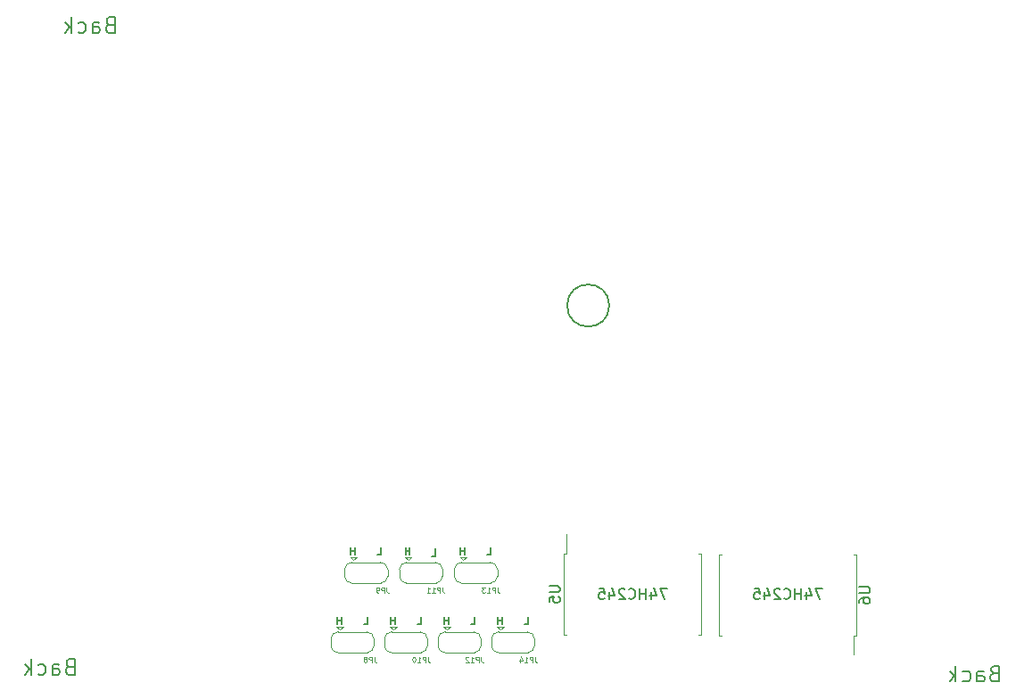
<source format=gbr>
G04 #@! TF.GenerationSoftware,KiCad,Pcbnew,(5.1.4)-1*
G04 #@! TF.CreationDate,2020-10-26T16:11:58-03:00*
G04 #@! TF.ProjectId,snes_feram,736e6573-5f66-4657-9261-6d2e6b696361,rev?*
G04 #@! TF.SameCoordinates,Original*
G04 #@! TF.FileFunction,Legend,Bot*
G04 #@! TF.FilePolarity,Positive*
%FSLAX46Y46*%
G04 Gerber Fmt 4.6, Leading zero omitted, Abs format (unit mm)*
G04 Created by KiCad (PCBNEW (5.1.4)-1) date 2020-10-26 16:11:58*
%MOMM*%
%LPD*%
G04 APERTURE LIST*
%ADD10C,0.150000*%
%ADD11C,0.190500*%
%ADD12C,0.120000*%
%ADD13C,0.125000*%
G04 APERTURE END LIST*
D10*
X167091904Y-84288380D02*
X166425238Y-84288380D01*
X166853809Y-85288380D01*
X165615714Y-84621714D02*
X165615714Y-85288380D01*
X165853809Y-84240761D02*
X166091904Y-84955047D01*
X165472857Y-84955047D01*
X165091904Y-85288380D02*
X165091904Y-84288380D01*
X165091904Y-84764571D02*
X164520476Y-84764571D01*
X164520476Y-85288380D02*
X164520476Y-84288380D01*
X163472857Y-85193142D02*
X163520476Y-85240761D01*
X163663333Y-85288380D01*
X163758571Y-85288380D01*
X163901428Y-85240761D01*
X163996666Y-85145523D01*
X164044285Y-85050285D01*
X164091904Y-84859809D01*
X164091904Y-84716952D01*
X164044285Y-84526476D01*
X163996666Y-84431238D01*
X163901428Y-84336000D01*
X163758571Y-84288380D01*
X163663333Y-84288380D01*
X163520476Y-84336000D01*
X163472857Y-84383619D01*
X163091904Y-84383619D02*
X163044285Y-84336000D01*
X162949047Y-84288380D01*
X162710952Y-84288380D01*
X162615714Y-84336000D01*
X162568095Y-84383619D01*
X162520476Y-84478857D01*
X162520476Y-84574095D01*
X162568095Y-84716952D01*
X163139523Y-85288380D01*
X162520476Y-85288380D01*
X161663333Y-84621714D02*
X161663333Y-85288380D01*
X161901428Y-84240761D02*
X162139523Y-84955047D01*
X161520476Y-84955047D01*
X160663333Y-84288380D02*
X161139523Y-84288380D01*
X161187142Y-84764571D01*
X161139523Y-84716952D01*
X161044285Y-84669333D01*
X160806190Y-84669333D01*
X160710952Y-84716952D01*
X160663333Y-84764571D01*
X160615714Y-84859809D01*
X160615714Y-85097904D01*
X160663333Y-85193142D01*
X160710952Y-85240761D01*
X160806190Y-85288380D01*
X161044285Y-85288380D01*
X161139523Y-85240761D01*
X161187142Y-85193142D01*
X152359904Y-84288380D02*
X151693238Y-84288380D01*
X152121809Y-85288380D01*
X150883714Y-84621714D02*
X150883714Y-85288380D01*
X151121809Y-84240761D02*
X151359904Y-84955047D01*
X150740857Y-84955047D01*
X150359904Y-85288380D02*
X150359904Y-84288380D01*
X150359904Y-84764571D02*
X149788476Y-84764571D01*
X149788476Y-85288380D02*
X149788476Y-84288380D01*
X148740857Y-85193142D02*
X148788476Y-85240761D01*
X148931333Y-85288380D01*
X149026571Y-85288380D01*
X149169428Y-85240761D01*
X149264666Y-85145523D01*
X149312285Y-85050285D01*
X149359904Y-84859809D01*
X149359904Y-84716952D01*
X149312285Y-84526476D01*
X149264666Y-84431238D01*
X149169428Y-84336000D01*
X149026571Y-84288380D01*
X148931333Y-84288380D01*
X148788476Y-84336000D01*
X148740857Y-84383619D01*
X148359904Y-84383619D02*
X148312285Y-84336000D01*
X148217047Y-84288380D01*
X147978952Y-84288380D01*
X147883714Y-84336000D01*
X147836095Y-84383619D01*
X147788476Y-84478857D01*
X147788476Y-84574095D01*
X147836095Y-84716952D01*
X148407523Y-85288380D01*
X147788476Y-85288380D01*
X146931333Y-84621714D02*
X146931333Y-85288380D01*
X147169428Y-84240761D02*
X147407523Y-84955047D01*
X146788476Y-84955047D01*
X145931333Y-84288380D02*
X146407523Y-84288380D01*
X146455142Y-84764571D01*
X146407523Y-84716952D01*
X146312285Y-84669333D01*
X146074190Y-84669333D01*
X145978952Y-84716952D01*
X145931333Y-84764571D01*
X145883714Y-84859809D01*
X145883714Y-85097904D01*
X145931333Y-85193142D01*
X145978952Y-85240761D01*
X146074190Y-85288380D01*
X146312285Y-85288380D01*
X146407523Y-85240761D01*
X146455142Y-85193142D01*
X183431428Y-92348857D02*
X183217142Y-92420285D01*
X183145714Y-92491714D01*
X183074285Y-92634571D01*
X183074285Y-92848857D01*
X183145714Y-92991714D01*
X183217142Y-93063142D01*
X183360000Y-93134571D01*
X183931428Y-93134571D01*
X183931428Y-91634571D01*
X183431428Y-91634571D01*
X183288571Y-91706000D01*
X183217142Y-91777428D01*
X183145714Y-91920285D01*
X183145714Y-92063142D01*
X183217142Y-92206000D01*
X183288571Y-92277428D01*
X183431428Y-92348857D01*
X183931428Y-92348857D01*
X181788571Y-93134571D02*
X181788571Y-92348857D01*
X181860000Y-92206000D01*
X182002857Y-92134571D01*
X182288571Y-92134571D01*
X182431428Y-92206000D01*
X181788571Y-93063142D02*
X181931428Y-93134571D01*
X182288571Y-93134571D01*
X182431428Y-93063142D01*
X182502857Y-92920285D01*
X182502857Y-92777428D01*
X182431428Y-92634571D01*
X182288571Y-92563142D01*
X181931428Y-92563142D01*
X181788571Y-92491714D01*
X180431428Y-93063142D02*
X180574285Y-93134571D01*
X180860000Y-93134571D01*
X181002857Y-93063142D01*
X181074285Y-92991714D01*
X181145714Y-92848857D01*
X181145714Y-92420285D01*
X181074285Y-92277428D01*
X181002857Y-92206000D01*
X180860000Y-92134571D01*
X180574285Y-92134571D01*
X180431428Y-92206000D01*
X179788571Y-93134571D02*
X179788571Y-91634571D01*
X179645714Y-92563142D02*
X179217142Y-93134571D01*
X179217142Y-92134571D02*
X179788571Y-92706000D01*
X95674428Y-91713857D02*
X95460142Y-91785285D01*
X95388714Y-91856714D01*
X95317285Y-91999571D01*
X95317285Y-92213857D01*
X95388714Y-92356714D01*
X95460142Y-92428142D01*
X95603000Y-92499571D01*
X96174428Y-92499571D01*
X96174428Y-90999571D01*
X95674428Y-90999571D01*
X95531571Y-91071000D01*
X95460142Y-91142428D01*
X95388714Y-91285285D01*
X95388714Y-91428142D01*
X95460142Y-91571000D01*
X95531571Y-91642428D01*
X95674428Y-91713857D01*
X96174428Y-91713857D01*
X94031571Y-92499571D02*
X94031571Y-91713857D01*
X94103000Y-91571000D01*
X94245857Y-91499571D01*
X94531571Y-91499571D01*
X94674428Y-91571000D01*
X94031571Y-92428142D02*
X94174428Y-92499571D01*
X94531571Y-92499571D01*
X94674428Y-92428142D01*
X94745857Y-92285285D01*
X94745857Y-92142428D01*
X94674428Y-91999571D01*
X94531571Y-91928142D01*
X94174428Y-91928142D01*
X94031571Y-91856714D01*
X92674428Y-92428142D02*
X92817285Y-92499571D01*
X93103000Y-92499571D01*
X93245857Y-92428142D01*
X93317285Y-92356714D01*
X93388714Y-92213857D01*
X93388714Y-91785285D01*
X93317285Y-91642428D01*
X93245857Y-91571000D01*
X93103000Y-91499571D01*
X92817285Y-91499571D01*
X92674428Y-91571000D01*
X92031571Y-92499571D02*
X92031571Y-90999571D01*
X91888714Y-91928142D02*
X91460142Y-92499571D01*
X91460142Y-91499571D02*
X92031571Y-92071000D01*
X99484428Y-30753857D02*
X99270142Y-30825285D01*
X99198714Y-30896714D01*
X99127285Y-31039571D01*
X99127285Y-31253857D01*
X99198714Y-31396714D01*
X99270142Y-31468142D01*
X99413000Y-31539571D01*
X99984428Y-31539571D01*
X99984428Y-30039571D01*
X99484428Y-30039571D01*
X99341571Y-30111000D01*
X99270142Y-30182428D01*
X99198714Y-30325285D01*
X99198714Y-30468142D01*
X99270142Y-30611000D01*
X99341571Y-30682428D01*
X99484428Y-30753857D01*
X99984428Y-30753857D01*
X97841571Y-31539571D02*
X97841571Y-30753857D01*
X97913000Y-30611000D01*
X98055857Y-30539571D01*
X98341571Y-30539571D01*
X98484428Y-30611000D01*
X97841571Y-31468142D02*
X97984428Y-31539571D01*
X98341571Y-31539571D01*
X98484428Y-31468142D01*
X98555857Y-31325285D01*
X98555857Y-31182428D01*
X98484428Y-31039571D01*
X98341571Y-30968142D01*
X97984428Y-30968142D01*
X97841571Y-30896714D01*
X96484428Y-31468142D02*
X96627285Y-31539571D01*
X96913000Y-31539571D01*
X97055857Y-31468142D01*
X97127285Y-31396714D01*
X97198714Y-31253857D01*
X97198714Y-30825285D01*
X97127285Y-30682428D01*
X97055857Y-30611000D01*
X96913000Y-30539571D01*
X96627285Y-30539571D01*
X96484428Y-30611000D01*
X95841571Y-31539571D02*
X95841571Y-30039571D01*
X95698714Y-30968142D02*
X95270142Y-31539571D01*
X95270142Y-30539571D02*
X95841571Y-31111000D01*
X133169000Y-81088666D02*
X133169000Y-80388666D01*
X133169000Y-80722000D02*
X132769000Y-80722000D01*
X132769000Y-81088666D02*
X132769000Y-80388666D01*
X127962000Y-81088666D02*
X127962000Y-80388666D01*
X127962000Y-80722000D02*
X127562000Y-80722000D01*
X127562000Y-81088666D02*
X127562000Y-80388666D01*
X122755000Y-81088666D02*
X122755000Y-80388666D01*
X122755000Y-80722000D02*
X122355000Y-80722000D01*
X122355000Y-81088666D02*
X122355000Y-80388666D01*
X135292333Y-81088666D02*
X135625666Y-81088666D01*
X135625666Y-80388666D01*
X130085333Y-81215666D02*
X130418666Y-81215666D01*
X130418666Y-80515666D01*
X124878333Y-81088666D02*
X125211666Y-81088666D01*
X125211666Y-80388666D01*
X123608333Y-87692666D02*
X123941666Y-87692666D01*
X123941666Y-86992666D01*
X128688333Y-87692666D02*
X129021666Y-87692666D01*
X129021666Y-86992666D01*
X133768333Y-87692666D02*
X134101666Y-87692666D01*
X134101666Y-86992666D01*
X121485000Y-87692666D02*
X121485000Y-86992666D01*
X121485000Y-87326000D02*
X121085000Y-87326000D01*
X121085000Y-87692666D02*
X121085000Y-86992666D01*
X126565000Y-87692666D02*
X126565000Y-86992666D01*
X126565000Y-87326000D02*
X126165000Y-87326000D01*
X126165000Y-87692666D02*
X126165000Y-86992666D01*
X131645000Y-87692666D02*
X131645000Y-86992666D01*
X131645000Y-87326000D02*
X131245000Y-87326000D01*
X131245000Y-87692666D02*
X131245000Y-86992666D01*
X138848333Y-87692666D02*
X139181666Y-87692666D01*
X139181666Y-86992666D01*
X136725000Y-87692666D02*
X136725000Y-86992666D01*
X136725000Y-87326000D02*
X136325000Y-87326000D01*
X136325000Y-87692666D02*
X136325000Y-86992666D01*
D11*
X146895820Y-57426860D02*
G75*
G03X146895820Y-57426860I-1998980J0D01*
G01*
D12*
X142823000Y-80976000D02*
X142823000Y-79161000D01*
X142588000Y-80976000D02*
X142823000Y-80976000D01*
X142588000Y-84836000D02*
X142588000Y-80976000D01*
X142588000Y-88696000D02*
X142823000Y-88696000D01*
X142588000Y-84836000D02*
X142588000Y-88696000D01*
X155608000Y-80976000D02*
X155373000Y-80976000D01*
X155608000Y-84836000D02*
X155608000Y-80976000D01*
X155608000Y-88696000D02*
X155373000Y-88696000D01*
X155608000Y-84836000D02*
X155608000Y-88696000D01*
X170105000Y-88774000D02*
X170105000Y-90589000D01*
X170340000Y-88774000D02*
X170105000Y-88774000D01*
X170340000Y-84914000D02*
X170340000Y-88774000D01*
X170340000Y-81054000D02*
X170105000Y-81054000D01*
X170340000Y-84914000D02*
X170340000Y-81054000D01*
X157320000Y-88774000D02*
X157555000Y-88774000D01*
X157320000Y-84914000D02*
X157320000Y-88774000D01*
X157320000Y-81054000D02*
X157555000Y-81054000D01*
X157320000Y-84914000D02*
X157320000Y-81054000D01*
X135715000Y-89708000D02*
G75*
G03X136415000Y-90408000I700000J0D01*
G01*
X136415000Y-88408000D02*
G75*
G03X135715000Y-89108000I0J-700000D01*
G01*
X139815000Y-89108000D02*
G75*
G03X139115000Y-88408000I-700000J0D01*
G01*
X139115000Y-90408000D02*
G75*
G03X139815000Y-89708000I0J700000D01*
G01*
X136365000Y-90408000D02*
X139165000Y-90408000D01*
X139815000Y-89708000D02*
X139815000Y-89108000D01*
X139165000Y-88408000D02*
X136365000Y-88408000D01*
X135715000Y-89108000D02*
X135715000Y-89708000D01*
X136565000Y-88208000D02*
X136265000Y-87908000D01*
X136265000Y-87908000D02*
X136865000Y-87908000D01*
X136565000Y-88208000D02*
X136865000Y-87908000D01*
X132189000Y-83104000D02*
G75*
G03X132889000Y-83804000I700000J0D01*
G01*
X132889000Y-81804000D02*
G75*
G03X132189000Y-82504000I0J-700000D01*
G01*
X136289000Y-82504000D02*
G75*
G03X135589000Y-81804000I-700000J0D01*
G01*
X135589000Y-83804000D02*
G75*
G03X136289000Y-83104000I0J700000D01*
G01*
X132839000Y-83804000D02*
X135639000Y-83804000D01*
X136289000Y-83104000D02*
X136289000Y-82504000D01*
X135639000Y-81804000D02*
X132839000Y-81804000D01*
X132189000Y-82504000D02*
X132189000Y-83104000D01*
X133039000Y-81604000D02*
X132739000Y-81304000D01*
X132739000Y-81304000D02*
X133339000Y-81304000D01*
X133039000Y-81604000D02*
X133339000Y-81304000D01*
X130635000Y-89708000D02*
G75*
G03X131335000Y-90408000I700000J0D01*
G01*
X131335000Y-88408000D02*
G75*
G03X130635000Y-89108000I0J-700000D01*
G01*
X134735000Y-89108000D02*
G75*
G03X134035000Y-88408000I-700000J0D01*
G01*
X134035000Y-90408000D02*
G75*
G03X134735000Y-89708000I0J700000D01*
G01*
X131285000Y-90408000D02*
X134085000Y-90408000D01*
X134735000Y-89708000D02*
X134735000Y-89108000D01*
X134085000Y-88408000D02*
X131285000Y-88408000D01*
X130635000Y-89108000D02*
X130635000Y-89708000D01*
X131485000Y-88208000D02*
X131185000Y-87908000D01*
X131185000Y-87908000D02*
X131785000Y-87908000D01*
X131485000Y-88208000D02*
X131785000Y-87908000D01*
X126982000Y-83104000D02*
G75*
G03X127682000Y-83804000I700000J0D01*
G01*
X127682000Y-81804000D02*
G75*
G03X126982000Y-82504000I0J-700000D01*
G01*
X131082000Y-82504000D02*
G75*
G03X130382000Y-81804000I-700000J0D01*
G01*
X130382000Y-83804000D02*
G75*
G03X131082000Y-83104000I0J700000D01*
G01*
X127632000Y-83804000D02*
X130432000Y-83804000D01*
X131082000Y-83104000D02*
X131082000Y-82504000D01*
X130432000Y-81804000D02*
X127632000Y-81804000D01*
X126982000Y-82504000D02*
X126982000Y-83104000D01*
X127832000Y-81604000D02*
X127532000Y-81304000D01*
X127532000Y-81304000D02*
X128132000Y-81304000D01*
X127832000Y-81604000D02*
X128132000Y-81304000D01*
X125555000Y-89708000D02*
G75*
G03X126255000Y-90408000I700000J0D01*
G01*
X126255000Y-88408000D02*
G75*
G03X125555000Y-89108000I0J-700000D01*
G01*
X129655000Y-89108000D02*
G75*
G03X128955000Y-88408000I-700000J0D01*
G01*
X128955000Y-90408000D02*
G75*
G03X129655000Y-89708000I0J700000D01*
G01*
X126205000Y-90408000D02*
X129005000Y-90408000D01*
X129655000Y-89708000D02*
X129655000Y-89108000D01*
X129005000Y-88408000D02*
X126205000Y-88408000D01*
X125555000Y-89108000D02*
X125555000Y-89708000D01*
X126405000Y-88208000D02*
X126105000Y-87908000D01*
X126105000Y-87908000D02*
X126705000Y-87908000D01*
X126405000Y-88208000D02*
X126705000Y-87908000D01*
X121775000Y-83104000D02*
G75*
G03X122475000Y-83804000I700000J0D01*
G01*
X122475000Y-81804000D02*
G75*
G03X121775000Y-82504000I0J-700000D01*
G01*
X125875000Y-82504000D02*
G75*
G03X125175000Y-81804000I-700000J0D01*
G01*
X125175000Y-83804000D02*
G75*
G03X125875000Y-83104000I0J700000D01*
G01*
X122425000Y-83804000D02*
X125225000Y-83804000D01*
X125875000Y-83104000D02*
X125875000Y-82504000D01*
X125225000Y-81804000D02*
X122425000Y-81804000D01*
X121775000Y-82504000D02*
X121775000Y-83104000D01*
X122625000Y-81604000D02*
X122325000Y-81304000D01*
X122325000Y-81304000D02*
X122925000Y-81304000D01*
X122625000Y-81604000D02*
X122925000Y-81304000D01*
X120475000Y-89708000D02*
G75*
G03X121175000Y-90408000I700000J0D01*
G01*
X121175000Y-88408000D02*
G75*
G03X120475000Y-89108000I0J-700000D01*
G01*
X124575000Y-89108000D02*
G75*
G03X123875000Y-88408000I-700000J0D01*
G01*
X123875000Y-90408000D02*
G75*
G03X124575000Y-89708000I0J700000D01*
G01*
X121125000Y-90408000D02*
X123925000Y-90408000D01*
X124575000Y-89708000D02*
X124575000Y-89108000D01*
X123925000Y-88408000D02*
X121125000Y-88408000D01*
X120475000Y-89108000D02*
X120475000Y-89708000D01*
X121325000Y-88208000D02*
X121025000Y-87908000D01*
X121025000Y-87908000D02*
X121625000Y-87908000D01*
X121325000Y-88208000D02*
X121625000Y-87908000D01*
D10*
X141200380Y-84074095D02*
X142009904Y-84074095D01*
X142105142Y-84121714D01*
X142152761Y-84169333D01*
X142200380Y-84264571D01*
X142200380Y-84455047D01*
X142152761Y-84550285D01*
X142105142Y-84597904D01*
X142009904Y-84645523D01*
X141200380Y-84645523D01*
X141200380Y-85597904D02*
X141200380Y-85121714D01*
X141676571Y-85074095D01*
X141628952Y-85121714D01*
X141581333Y-85216952D01*
X141581333Y-85455047D01*
X141628952Y-85550285D01*
X141676571Y-85597904D01*
X141771809Y-85645523D01*
X142009904Y-85645523D01*
X142105142Y-85597904D01*
X142152761Y-85550285D01*
X142200380Y-85455047D01*
X142200380Y-85216952D01*
X142152761Y-85121714D01*
X142105142Y-85074095D01*
X170632380Y-84152095D02*
X171441904Y-84152095D01*
X171537142Y-84199714D01*
X171584761Y-84247333D01*
X171632380Y-84342571D01*
X171632380Y-84533047D01*
X171584761Y-84628285D01*
X171537142Y-84675904D01*
X171441904Y-84723523D01*
X170632380Y-84723523D01*
X170632380Y-85628285D02*
X170632380Y-85437809D01*
X170680000Y-85342571D01*
X170727619Y-85294952D01*
X170870476Y-85199714D01*
X171060952Y-85152095D01*
X171441904Y-85152095D01*
X171537142Y-85199714D01*
X171584761Y-85247333D01*
X171632380Y-85342571D01*
X171632380Y-85533047D01*
X171584761Y-85628285D01*
X171537142Y-85675904D01*
X171441904Y-85723523D01*
X171203809Y-85723523D01*
X171108571Y-85675904D01*
X171060952Y-85628285D01*
X171013333Y-85533047D01*
X171013333Y-85342571D01*
X171060952Y-85247333D01*
X171108571Y-85199714D01*
X171203809Y-85152095D01*
D13*
X139846761Y-90785190D02*
X139846761Y-91142333D01*
X139870571Y-91213761D01*
X139918190Y-91261380D01*
X139989619Y-91285190D01*
X140037238Y-91285190D01*
X139608666Y-91285190D02*
X139608666Y-90785190D01*
X139418190Y-90785190D01*
X139370571Y-90809000D01*
X139346761Y-90832809D01*
X139322952Y-90880428D01*
X139322952Y-90951857D01*
X139346761Y-90999476D01*
X139370571Y-91023285D01*
X139418190Y-91047095D01*
X139608666Y-91047095D01*
X138846761Y-91285190D02*
X139132476Y-91285190D01*
X138989619Y-91285190D02*
X138989619Y-90785190D01*
X139037238Y-90856619D01*
X139084857Y-90904238D01*
X139132476Y-90928047D01*
X138418190Y-90951857D02*
X138418190Y-91285190D01*
X138537238Y-90761380D02*
X138656285Y-91118523D01*
X138346761Y-91118523D01*
X136290761Y-84181190D02*
X136290761Y-84538333D01*
X136314571Y-84609761D01*
X136362190Y-84657380D01*
X136433619Y-84681190D01*
X136481238Y-84681190D01*
X136052666Y-84681190D02*
X136052666Y-84181190D01*
X135862190Y-84181190D01*
X135814571Y-84205000D01*
X135790761Y-84228809D01*
X135766952Y-84276428D01*
X135766952Y-84347857D01*
X135790761Y-84395476D01*
X135814571Y-84419285D01*
X135862190Y-84443095D01*
X136052666Y-84443095D01*
X135290761Y-84681190D02*
X135576476Y-84681190D01*
X135433619Y-84681190D02*
X135433619Y-84181190D01*
X135481238Y-84252619D01*
X135528857Y-84300238D01*
X135576476Y-84324047D01*
X135124095Y-84181190D02*
X134814571Y-84181190D01*
X134981238Y-84371666D01*
X134909809Y-84371666D01*
X134862190Y-84395476D01*
X134838380Y-84419285D01*
X134814571Y-84466904D01*
X134814571Y-84585952D01*
X134838380Y-84633571D01*
X134862190Y-84657380D01*
X134909809Y-84681190D01*
X135052666Y-84681190D01*
X135100285Y-84657380D01*
X135124095Y-84633571D01*
X134736761Y-90785190D02*
X134736761Y-91142333D01*
X134760571Y-91213761D01*
X134808190Y-91261380D01*
X134879619Y-91285190D01*
X134927238Y-91285190D01*
X134498666Y-91285190D02*
X134498666Y-90785190D01*
X134308190Y-90785190D01*
X134260571Y-90809000D01*
X134236761Y-90832809D01*
X134212952Y-90880428D01*
X134212952Y-90951857D01*
X134236761Y-90999476D01*
X134260571Y-91023285D01*
X134308190Y-91047095D01*
X134498666Y-91047095D01*
X133736761Y-91285190D02*
X134022476Y-91285190D01*
X133879619Y-91285190D02*
X133879619Y-90785190D01*
X133927238Y-90856619D01*
X133974857Y-90904238D01*
X134022476Y-90928047D01*
X133546285Y-90832809D02*
X133522476Y-90809000D01*
X133474857Y-90785190D01*
X133355809Y-90785190D01*
X133308190Y-90809000D01*
X133284380Y-90832809D01*
X133260571Y-90880428D01*
X133260571Y-90928047D01*
X133284380Y-90999476D01*
X133570095Y-91285190D01*
X133260571Y-91285190D01*
X131083761Y-84181190D02*
X131083761Y-84538333D01*
X131107571Y-84609761D01*
X131155190Y-84657380D01*
X131226619Y-84681190D01*
X131274238Y-84681190D01*
X130845666Y-84681190D02*
X130845666Y-84181190D01*
X130655190Y-84181190D01*
X130607571Y-84205000D01*
X130583761Y-84228809D01*
X130559952Y-84276428D01*
X130559952Y-84347857D01*
X130583761Y-84395476D01*
X130607571Y-84419285D01*
X130655190Y-84443095D01*
X130845666Y-84443095D01*
X130083761Y-84681190D02*
X130369476Y-84681190D01*
X130226619Y-84681190D02*
X130226619Y-84181190D01*
X130274238Y-84252619D01*
X130321857Y-84300238D01*
X130369476Y-84324047D01*
X129607571Y-84681190D02*
X129893285Y-84681190D01*
X129750428Y-84681190D02*
X129750428Y-84181190D01*
X129798047Y-84252619D01*
X129845666Y-84300238D01*
X129893285Y-84324047D01*
X129686761Y-90785190D02*
X129686761Y-91142333D01*
X129710571Y-91213761D01*
X129758190Y-91261380D01*
X129829619Y-91285190D01*
X129877238Y-91285190D01*
X129448666Y-91285190D02*
X129448666Y-90785190D01*
X129258190Y-90785190D01*
X129210571Y-90809000D01*
X129186761Y-90832809D01*
X129162952Y-90880428D01*
X129162952Y-90951857D01*
X129186761Y-90999476D01*
X129210571Y-91023285D01*
X129258190Y-91047095D01*
X129448666Y-91047095D01*
X128686761Y-91285190D02*
X128972476Y-91285190D01*
X128829619Y-91285190D02*
X128829619Y-90785190D01*
X128877238Y-90856619D01*
X128924857Y-90904238D01*
X128972476Y-90928047D01*
X128377238Y-90785190D02*
X128329619Y-90785190D01*
X128282000Y-90809000D01*
X128258190Y-90832809D01*
X128234380Y-90880428D01*
X128210571Y-90975666D01*
X128210571Y-91094714D01*
X128234380Y-91189952D01*
X128258190Y-91237571D01*
X128282000Y-91261380D01*
X128329619Y-91285190D01*
X128377238Y-91285190D01*
X128424857Y-91261380D01*
X128448666Y-91237571D01*
X128472476Y-91189952D01*
X128496285Y-91094714D01*
X128496285Y-90975666D01*
X128472476Y-90880428D01*
X128448666Y-90832809D01*
X128424857Y-90809000D01*
X128377238Y-90785190D01*
X125765666Y-84181190D02*
X125765666Y-84538333D01*
X125789476Y-84609761D01*
X125837095Y-84657380D01*
X125908523Y-84681190D01*
X125956142Y-84681190D01*
X125527571Y-84681190D02*
X125527571Y-84181190D01*
X125337095Y-84181190D01*
X125289476Y-84205000D01*
X125265666Y-84228809D01*
X125241857Y-84276428D01*
X125241857Y-84347857D01*
X125265666Y-84395476D01*
X125289476Y-84419285D01*
X125337095Y-84443095D01*
X125527571Y-84443095D01*
X125003761Y-84681190D02*
X124908523Y-84681190D01*
X124860904Y-84657380D01*
X124837095Y-84633571D01*
X124789476Y-84562142D01*
X124765666Y-84466904D01*
X124765666Y-84276428D01*
X124789476Y-84228809D01*
X124813285Y-84205000D01*
X124860904Y-84181190D01*
X124956142Y-84181190D01*
X125003761Y-84205000D01*
X125027571Y-84228809D01*
X125051380Y-84276428D01*
X125051380Y-84395476D01*
X125027571Y-84443095D01*
X125003761Y-84466904D01*
X124956142Y-84490714D01*
X124860904Y-84490714D01*
X124813285Y-84466904D01*
X124789476Y-84443095D01*
X124765666Y-84395476D01*
X124592666Y-90785190D02*
X124592666Y-91142333D01*
X124616476Y-91213761D01*
X124664095Y-91261380D01*
X124735523Y-91285190D01*
X124783142Y-91285190D01*
X124354571Y-91285190D02*
X124354571Y-90785190D01*
X124164095Y-90785190D01*
X124116476Y-90809000D01*
X124092666Y-90832809D01*
X124068857Y-90880428D01*
X124068857Y-90951857D01*
X124092666Y-90999476D01*
X124116476Y-91023285D01*
X124164095Y-91047095D01*
X124354571Y-91047095D01*
X123783142Y-90999476D02*
X123830761Y-90975666D01*
X123854571Y-90951857D01*
X123878380Y-90904238D01*
X123878380Y-90880428D01*
X123854571Y-90832809D01*
X123830761Y-90809000D01*
X123783142Y-90785190D01*
X123687904Y-90785190D01*
X123640285Y-90809000D01*
X123616476Y-90832809D01*
X123592666Y-90880428D01*
X123592666Y-90904238D01*
X123616476Y-90951857D01*
X123640285Y-90975666D01*
X123687904Y-90999476D01*
X123783142Y-90999476D01*
X123830761Y-91023285D01*
X123854571Y-91047095D01*
X123878380Y-91094714D01*
X123878380Y-91189952D01*
X123854571Y-91237571D01*
X123830761Y-91261380D01*
X123783142Y-91285190D01*
X123687904Y-91285190D01*
X123640285Y-91261380D01*
X123616476Y-91237571D01*
X123592666Y-91189952D01*
X123592666Y-91094714D01*
X123616476Y-91047095D01*
X123640285Y-91023285D01*
X123687904Y-90999476D01*
M02*

</source>
